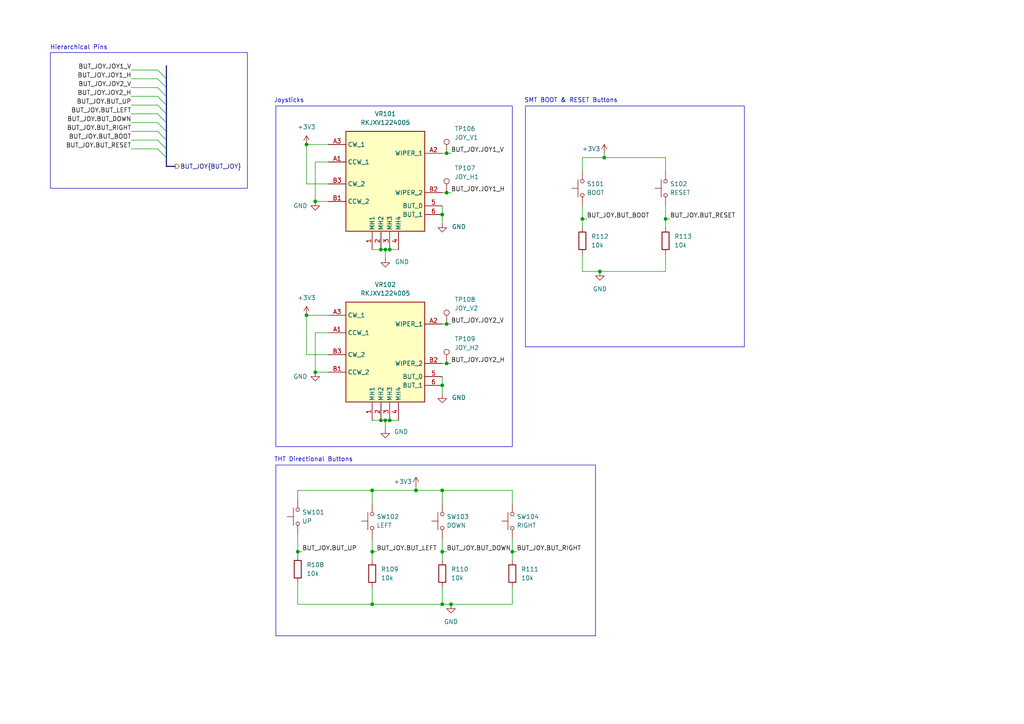
<source format=kicad_sch>
(kicad_sch (version 20250114) (generator "eeschema") (generator_version "9.0")
  (paper "A4")
  (lib_symbols
    (symbol "Connector:TestPoint" (pin_numbers (hide yes)) (pin_names (offset 0.762) (hide yes))
      (property "Reference" "TP" (at 0 6.858 0))
      (property "Value" "TestPoint" (at 0 5.08 0))
      (symbol "TestPoint_0_1"
        (circle (center 0 3.302) (radius 0.762))
      )
      (symbol "TestPoint_1_1"
        (pin passive line (at 0 0 90) (length 2.54) (name "1") (number "1"))
      )
    )
    (symbol "Device:R" (pin_numbers (hide yes)) (pin_names (offset 0))
      (property "Reference" "R" (at 2.032 0 90))
      (property "Value" "R" (at 0 0 90))
      (symbol "R_0_1"
        (rectangle (start -1.016 -2.54) (end 1.016 2.54) (stroke (width 0.254)))
      )
      (symbol "R_1_1"
        (pin passive line (at 0 3.81 270) (length 1.27) (name "~") (number "1"))
        (pin passive line (at 0 -3.81 90) (length 1.27) (name "~") (number "2"))
      )
    )
    (symbol "SamacSys_Parts:RKJXV1224005"
      (property "Reference" "VR" (at 10.16 7.62 0))
      (property "Value" "RKJXV1224005" (at 10.16 5.08 0))
      (symbol "RKJXV1224005_1_1"
        (rectangle (start 5.08 2.54) (end 27.94 -26.416) (stroke (width 0.254)) (fill (type background)))
        (pin passive line (at 0 -1.27 0) (length 5.08) (name "CW_1") (number "A3"))
        (pin passive line (at 0 -6.35 0) (length 5.08) (name "CCW_1") (number "A1"))
        (pin passive line (at 0 -12.7 0) (length 5.08) (name "CW_2") (number "B3"))
        (pin passive line (at 0 -17.78 0) (length 5.08) (name "CCW_2") (number "B1"))
        (pin passive line (at 12.7 -31.75 90) (length 5.08) (name "MH1") (number "1"))
        (pin passive line (at 15.24 -31.75 90) (length 5.08) (name "MH2") (number "2"))
        (pin passive line (at 17.78 -31.75 90) (length 5.08) (name "MH3") (number "3"))
        (pin passive line (at 20.32 -31.75 90) (length 5.08) (name "MH4") (number "4"))
        (pin passive line (at 33.02 -3.81 180) (length 5.08) (name "WIPER_1") (number "A2"))
        (pin passive line (at 33.02 -15.24 180) (length 5.08) (name "WIPER_2") (number "B2"))
        (pin passive line (at 33.02 -19.05 180) (length 5.08) (name "BUT_0") (number "5"))
        (pin passive line (at 33.02 -21.59 180) (length 5.08) (name "BUT_1") (number "6"))
      )
    )
    (symbol "Switch:SW_Push" (pin_numbers (hide yes)) (pin_names (offset 1.016) (hide yes))
      (property "Reference" "SW" (at 1.27 2.54 0))
      (property "Value" "SW_Push" (at 0 -1.524 0))
      (symbol "SW_Push_0_1"
        (circle (center -2.032 0) (radius 0.508))
        (polyline (pts (xy 0 1.27) (xy 0 3.048)))
        (circle (center 2.032 0) (radius 0.508))
        (polyline (pts (xy 2.54 1.27) (xy -2.54 1.27)))
        (pin passive line (at -5.08 0 0) (length 2.54) (name "1") (number "1"))
        (pin passive line (at 5.08 0 180) (length 2.54) (name "2") (number "2"))
      )
    )
    (symbol "power:+3V3" (power) (pin_numbers (hide yes)) (pin_names (offset 0) (hide yes))
      (property "Value" "+3V3" (at 0 3.556 0))
      (symbol "+3V3_0_1"
        (polyline (pts (xy -0.762 1.27) (xy 0 2.54)))
        (polyline (pts (xy 0 2.54) (xy 0.762 1.27)))
        (polyline (pts (xy 0 0) (xy 0 2.54)))
      )
      (symbol "+3V3_1_1"
        (pin power_in line (at 0 0 90) (length 0) (name "~") (number "1"))
      )
    )
    (symbol "power:GND" (power) (pin_numbers (hide yes)) (pin_names (offset 0) (hide yes))
      (property "Value" "GND" (at 0 -3.81 0))
      (symbol "GND_0_1"
        (polyline (pts (xy 0 0) (xy 0 -1.27) (xy 1.27 -1.27) (xy 0 -2.54) (xy -1.27 -1.27) (xy 0 -1.27)))
      )
      (symbol "GND_1_1"
        (pin power_in line (at 0 0 270) (length 0) (name "~") (number "1"))
      )
    )
  )
  (rectangle (start 14.605 15.24) (end 71.755 54.61))
  (rectangle (start 80.01 30.734) (end 148.59 129.54))
  (rectangle (start 80.01 134.874) (end 172.72 184.404))
  (rectangle (start 152.4 30.734) (end 215.9 100.584))
  (text "Hierarchical Pins" (at 22.86 13.843 0) (effects (font (size 1.27 1.27))))
  (text "Joysticks" (at 83.82 29.21 0) (effects (font (size 1.27 1.27))))
  (text "THT Directional Buttons\n" (at 90.932 133.35 0) (effects (font (size 1.27 1.27))))
  (text "SMT BOOT & RESET Buttons" (at 165.608 29.21 0) (effects (font (size 1.27 1.27))))
  (junction (at 111.76 121.92))
  (junction (at 110.49 121.92))
  (junction (at 86.36 160.02))
  (junction (at 129.54 55.88))
  (junction (at 107.95 175.26))
  (junction (at 175.26 45.72))
  (junction (at 193.04 63.5))
  (junction (at 168.91 63.5))
  (junction (at 128.27 142.24))
  (junction (at 128.27 160.02))
  (junction (at 148.59 160.02))
  (junction (at 113.03 121.92))
  (junction (at 91.44 58.42))
  (junction (at 128.27 62.23))
  (junction (at 129.54 105.41))
  (junction (at 120.65 142.24))
  (junction (at 129.54 93.98))
  (junction (at 128.27 175.26))
  (junction (at 88.9 91.44))
  (junction (at 129.54 44.45))
  (junction (at 107.95 160.02))
  (junction (at 128.27 111.76))
  (junction (at 107.95 142.24))
  (junction (at 113.03 72.39))
  (junction (at 110.49 72.39))
  (junction (at 91.44 107.95))
  (junction (at 130.81 175.26))
  (junction (at 111.76 72.39))
  (junction (at 173.99 78.74))
  (junction (at 88.9 41.91))
  (bus_entry (at 45.72 22.86) (size 2.54 2.54))
  (bus_entry (at 45.72 35.56) (size 2.54 2.54))
  (bus_entry (at 45.72 38.1) (size 2.54 2.54))
  (bus_entry (at 45.72 40.64) (size 2.54 2.54))
  (bus_entry (at 45.72 20.32) (size 2.54 2.54))
  (bus_entry (at 45.72 33.02) (size 2.54 2.54))
  (bus_entry (at 45.72 25.4) (size 2.54 2.54))
  (bus_entry (at 45.72 27.94) (size 2.54 2.54))
  (bus_entry (at 45.72 43.18) (size 2.54 2.54))
  (bus_entry (at 45.72 30.48) (size 2.54 2.54))
  (wire (pts (xy 88.9 91.44) (xy 88.9 102.87)))
  (bus (pts (xy 48.26 27.94) (xy 48.26 30.48)))
  (wire (pts (xy 149.86 160.02) (xy 148.59 160.02)))
  (bus (pts (xy 48.26 30.48) (xy 48.26 33.02)))
  (wire (pts (xy 130.81 93.98) (xy 129.54 93.98)))
  (wire (pts (xy 130.81 44.45) (xy 129.54 44.45)))
  (wire (pts (xy 88.9 91.44) (xy 95.25 91.44)))
  (wire (pts (xy 91.44 107.95) (xy 95.25 107.95)))
  (wire (pts (xy 86.36 142.24) (xy 86.36 144.78)))
  (wire (pts (xy 113.03 72.39) (xy 115.57 72.39)))
  (bus (pts (xy 48.26 33.02) (xy 48.26 35.56)))
  (bus (pts (xy 48.26 22.86) (xy 48.26 25.4)))
  (wire (pts (xy 130.81 105.41) (xy 129.54 105.41)))
  (wire (pts (xy 110.49 121.92) (xy 111.76 121.92)))
  (wire (pts (xy 107.95 160.02) (xy 107.95 162.56)))
  (wire (pts (xy 88.9 53.34) (xy 95.25 53.34)))
  (bus (pts (xy 48.26 38.1) (xy 48.26 40.64)))
  (wire (pts (xy 38.1 27.94) (xy 45.72 27.94)))
  (wire (pts (xy 91.44 96.52) (xy 91.44 107.95)))
  (wire (pts (xy 91.44 58.42) (xy 95.25 58.42)))
  (wire (pts (xy 168.91 59.69) (xy 168.91 63.5)))
  (bus (pts (xy 48.26 35.56) (xy 48.26 38.1)))
  (wire (pts (xy 107.95 142.24) (xy 120.65 142.24)))
  (wire (pts (xy 193.04 78.74) (xy 193.04 73.66)))
  (wire (pts (xy 38.1 33.02) (xy 45.72 33.02)))
  (wire (pts (xy 130.81 175.26) (xy 148.59 175.26)))
  (bus (pts (xy 48.26 43.18) (xy 48.26 45.72)))
  (wire (pts (xy 175.26 45.72) (xy 168.91 45.72)))
  (wire (pts (xy 107.95 156.21) (xy 107.95 160.02)))
  (wire (pts (xy 107.95 142.24) (xy 86.36 142.24)))
  (wire (pts (xy 95.25 96.52) (xy 91.44 96.52)))
  (wire (pts (xy 130.81 55.88) (xy 129.54 55.88)))
  (bus (pts (xy 48.26 45.72) (xy 48.26 48.26)))
  (wire (pts (xy 107.95 142.24) (xy 107.95 146.05)))
  (wire (pts (xy 128.27 170.18) (xy 128.27 175.26)))
  (wire (pts (xy 128.27 111.76) (xy 128.27 114.3)))
  (wire (pts (xy 193.04 49.53) (xy 193.04 45.72)))
  (wire (pts (xy 129.54 160.02) (xy 128.27 160.02)))
  (wire (pts (xy 91.44 46.99) (xy 91.44 58.42)))
  (wire (pts (xy 168.91 45.72) (xy 168.91 49.53)))
  (wire (pts (xy 193.04 63.5) (xy 193.04 66.04)))
  (wire (pts (xy 107.95 121.92) (xy 110.49 121.92)))
  (wire (pts (xy 128.27 59.69) (xy 128.27 62.23)))
  (wire (pts (xy 107.95 175.26) (xy 86.36 175.26)))
  (wire (pts (xy 148.59 156.21) (xy 148.59 160.02)))
  (wire (pts (xy 128.27 146.05) (xy 128.27 142.24)))
  (wire (pts (xy 88.9 41.91) (xy 95.25 41.91)))
  (wire (pts (xy 38.1 40.64) (xy 45.72 40.64)))
  (wire (pts (xy 88.9 41.91) (xy 88.9 53.34)))
  (wire (pts (xy 38.1 38.1) (xy 45.72 38.1)))
  (wire (pts (xy 128.27 142.24) (xy 148.59 142.24)))
  (wire (pts (xy 107.95 72.39) (xy 110.49 72.39)))
  (wire (pts (xy 168.91 78.74) (xy 173.99 78.74)))
  (wire (pts (xy 129.54 105.41) (xy 128.27 105.41)))
  (wire (pts (xy 110.49 72.39) (xy 111.76 72.39)))
  (wire (pts (xy 193.04 45.72) (xy 175.26 45.72)))
  (wire (pts (xy 129.54 44.45) (xy 128.27 44.45)))
  (wire (pts (xy 86.36 168.91) (xy 86.36 175.26)))
  (bus (pts (xy 48.26 19.05) (xy 48.26 22.86)))
  (wire (pts (xy 109.22 160.02) (xy 107.95 160.02)))
  (wire (pts (xy 38.1 35.56) (xy 45.72 35.56)))
  (wire (pts (xy 193.04 59.69) (xy 193.04 63.5)))
  (wire (pts (xy 128.27 160.02) (xy 128.27 162.56)))
  (wire (pts (xy 129.54 93.98) (xy 128.27 93.98)))
  (wire (pts (xy 129.54 55.88) (xy 128.27 55.88)))
  (wire (pts (xy 148.59 160.02) (xy 148.59 162.56)))
  (bus (pts (xy 48.26 48.26) (xy 50.8 48.26)))
  (wire (pts (xy 128.27 109.22) (xy 128.27 111.76)))
  (wire (pts (xy 175.26 44.45) (xy 175.26 45.72)))
  (bus (pts (xy 48.26 40.64) (xy 48.26 43.18)))
  (wire (pts (xy 88.9 102.87) (xy 95.25 102.87)))
  (wire (pts (xy 113.03 121.92) (xy 115.57 121.92)))
  (wire (pts (xy 38.1 30.48) (xy 45.72 30.48)))
  (wire (pts (xy 120.65 142.24) (xy 128.27 142.24)))
  (wire (pts (xy 38.1 43.18) (xy 45.72 43.18)))
  (wire (pts (xy 148.59 170.18) (xy 148.59 175.26)))
  (wire (pts (xy 148.59 146.05) (xy 148.59 142.24)))
  (wire (pts (xy 38.1 20.32) (xy 45.72 20.32)))
  (wire (pts (xy 173.99 78.74) (xy 193.04 78.74)))
  (wire (pts (xy 128.27 156.21) (xy 128.27 160.02)))
  (wire (pts (xy 111.76 121.92) (xy 113.03 121.92)))
  (bus (pts (xy 48.26 25.4) (xy 48.26 27.94)))
  (wire (pts (xy 168.91 63.5) (xy 168.91 66.04)))
  (wire (pts (xy 86.36 154.94) (xy 86.36 160.02)))
  (wire (pts (xy 107.95 175.26) (xy 128.27 175.26)))
  (wire (pts (xy 38.1 22.86) (xy 45.72 22.86)))
  (wire (pts (xy 120.65 140.97) (xy 120.65 142.24)))
  (wire (pts (xy 107.95 170.18) (xy 107.95 175.26)))
  (wire (pts (xy 86.36 160.02) (xy 86.36 161.29)))
  (wire (pts (xy 111.76 72.39) (xy 113.03 72.39)))
  (wire (pts (xy 38.1 25.4) (xy 45.72 25.4)))
  (wire (pts (xy 87.63 160.02) (xy 86.36 160.02)))
  (wire (pts (xy 111.76 121.92) (xy 111.76 124.46)))
  (wire (pts (xy 128.27 175.26) (xy 130.81 175.26)))
  (wire (pts (xy 128.27 62.23) (xy 128.27 64.77)))
  (wire (pts (xy 95.25 46.99) (xy 91.44 46.99)))
  (wire (pts (xy 168.91 73.66) (xy 168.91 78.74)))
  (wire (pts (xy 111.76 72.39) (xy 111.76 74.93)))
  (wire (pts (xy 194.31 63.5) (xy 193.04 63.5)))
  (wire (pts (xy 170.18 63.5) (xy 168.91 63.5)))
  (label "BUT_JOY.JOY1_V" (at 38.1 20.32 180))
  (label "BUT_JOY.BUT_DOWN" (at 38.1 35.56 180))
  (label "BUT_JOY.BUT_LEFT" (at 38.1 33.02 180))
  (label "BUT_JOY.BUT_BOOT" (at 170.18 63.5 0))
  (label "BUT_JOY.BUT_RESET" (at 194.31 63.5 0))
  (label "BUT_JOY.BUT_RESET" (at 38.1 43.18 180))
  (label "BUT_JOY.BUT_UP" (at 38.1 30.48 180))
  (label "BUT_JOY.BUT_RIGHT" (at 38.1 38.1 180))
  (label "BUT_JOY.BUT_RIGHT" (at 149.86 160.02 0))
  (label "BUT_JOY.JOY2_H" (at 38.1 27.94 180))
  (label "BUT_JOY.JOY2_V" (at 130.81 93.98 0))
  (label "BUT_JOY.JOY2_H" (at 130.81 105.41 0))
  (label "BUT_JOY.BUT_LEFT" (at 109.22 160.02 0))
  (label "BUT_JOY.JOY2_V" (at 38.1 25.4 180))
  (label "BUT_JOY.BUT_BOOT" (at 38.1 40.64 180))
  (label "BUT_JOY.JOY1_H" (at 130.81 55.88 0))
  (label "BUT_JOY.BUT_UP" (at 87.63 160.02 0))
  (label "BUT_JOY.BUT_DOWN" (at 129.54 160.02 0))
  (label "BUT_JOY.JOY1_H" (at 38.1 22.86 180))
  (label "BUT_JOY.JOY1_V" (at 130.81 44.45 0))
  (hierarchical_label "BUT_JOY{BUT_JOY}" (shape output) (at 50.8 48.26 0))
  (symbol (lib_id "Device:R") (at 107.95 166.37 0) (unit 1)
    (property "Reference" "R109" (at 110.49 165.0999 0) (effects (justify left)))
    (property "Value" "10k" (at 110.49 167.6399 0) (effects (justify left)))
    (property "Footprint" "SamacSys_Parts:RESC2012X60N" (effects (hide yes)))
    (property "Datasheet" "https://componentsearchengine.com/Datasheets/2/ASC0805-10KFT5.pdf" (effects (hide yes)))
    (property "Description" "WELWYN - ASC0805-10KFT5 - RESISTOR, ANTI SULPHUR, 10K, 0.125W, 1%" (effects (hide yes)))
    (property "Height" "0.6" (effects (hide yes)))
    (property "Mouser Part Number" "756-ASC0805-10KFT5" (effects (hide yes)))
    (property "Mouser Price/Stock" "https://www.mouser.co.uk/ProductDetail/Welwyn-Components-TT-Electronics/ASC0805-10KFT5?qs=69TQa8YF5Y7dvxAm%2FqWqSQ%3D%3D" (effects (hide yes)))
    (property "Manufacturer_Name" "TT Electronics" (effects (hide yes)))
    (property "Manufacturer_Part_Number" "ASC0805-10KFT5" (effects (hide yes)))
  )
  (symbol (lib_id "power:GND") (at 173.99 78.74 0) (unit 1)
    (property "Reference" "#PWR0136" (effects (hide yes)))
    (property "Value" "GND" (at 173.99 83.82 0))
    (property "Description" "Power symbol creates a global label with name \"GND\" , ground" (effects (hide yes)))
  )
  (symbol (lib_id "Switch:SW_Push") (at 86.36 149.86 90) (unit 1)
    (property "Reference" "SW101" (at 87.63 148.5899 90) (effects (justify right)))
    (property "Value" "UP" (at 87.63 151.1299 90) (effects (justify right)))
    (property "Footprint" "SamacSys_Parts:SW_PUSH_6mm" (effects (hide yes)))
    (property "Description" "Push button switch, generic, two pins" (effects (hide yes)))
  )
  (symbol (lib_id "Switch:SW_Push") (at 168.91 54.61 90) (unit 1)
    (property "Reference" "S101" (at 170.18 53.3399 90) (effects (justify right)))
    (property "Value" "BOOT" (at 170.18 55.8799 90) (effects (justify right)))
    (property "Footprint" "SamacSys_Parts:TL1030AF500AQJ" (effects (hide yes)))
    (property "Description" "Push button switch, generic, two pins" (effects (hide yes)))
    (property "Height" "1.95" (effects (hide yes)))
    (property "Mouser Part Number" "612-TL1030AF500AQJ" (effects (hide yes)))
    (property "Mouser Price/Stock" "https://www.mouser.co.uk/ProductDetail/E-Switch/TL1030AF500AQJ?qs=VVKQmw408U8suyvYOKaEsA%3D%3D" (effects (hide yes)))
    (property "Manufacturer_Name" "E-Switch" (effects (hide yes)))
    (property "Manufacturer_Part_Number" "TL1030AF500AQJ" (effects (hide yes)))
  )
  (symbol (lib_id "Switch:SW_Push") (at 193.04 54.61 90) (unit 1)
    (property "Reference" "S102" (at 194.31 53.3399 90) (effects (justify right)))
    (property "Value" "RESET" (at 194.31 55.8799 90) (effects (justify right)))
    (property "Footprint" "SamacSys_Parts:TL1030AF500AQJ" (effects (hide yes)))
    (property "Description" "Push button switch, generic, two pins" (effects (hide yes)))
    (property "Height" "1.95" (effects (hide yes)))
    (property "Mouser Part Number" "612-TL1030AF500AQJ" (effects (hide yes)))
    (property "Mouser Price/Stock" "https://www.mouser.co.uk/ProductDetail/E-Switch/TL1030AF500AQJ?qs=VVKQmw408U8suyvYOKaEsA%3D%3D" (effects (hide yes)))
    (property "Manufacturer_Name" "E-Switch" (effects (hide yes)))
    (property "Manufacturer_Part_Number" "TL1030AF500AQJ" (effects (hide yes)))
  )
  (symbol (lib_id "Switch:SW_Push") (at 107.95 151.13 90) (unit 1)
    (property "Reference" "SW102" (at 109.22 149.8599 90) (effects (justify right)))
    (property "Value" "LEFT" (at 109.22 152.3999 90) (effects (justify right)))
    (property "Footprint" "SamacSys_Parts:SW_PUSH_6mm" (effects (hide yes)))
    (property "Description" "Push button switch, generic, two pins" (effects (hide yes)))
  )
  (symbol (lib_id "power:+3V3") (at 120.65 140.97 0) (unit 1)
    (property "Reference" "#PWR0132" (effects (hide yes)))
    (property "Value" "+3V3" (at 116.84 139.7 0))
    (property "Description" "Power symbol creates a global label with name \"+3V3\"" (effects (hide yes)))
  )
  (symbol (lib_id "power:+3V3") (at 175.26 44.45 0) (unit 1)
    (property "Reference" "#PWR0137" (effects (hide yes)))
    (property "Value" "+3V3" (at 171.45 43.18 0))
    (property "Description" "Power symbol creates a global label with name \"+3V3\"" (effects (hide yes)))
  )
  (symbol (lib_id "power:GND") (at 91.44 58.42 0) (unit 1)
    (property "Reference" "#PWR0128" (effects (hide yes)))
    (property "Value" "GND" (at 87.122 59.69 0))
    (property "Description" "Power symbol creates a global label with name \"GND\" , ground" (effects (hide yes)))
  )
  (symbol (lib_id "power:GND") (at 91.44 107.95 0) (unit 1)
    (property "Reference" "#PWR0129" (effects (hide yes)))
    (property "Value" "GND" (at 87.122 109.22 0))
    (property "Description" "Power symbol creates a global label with name \"GND\" , ground" (effects (hide yes)))
  )
  (symbol (lib_id "SamacSys_Parts:RKJXV1224005") (at 95.25 40.64 0) (unit 1)
    (property "Reference" "VR101" (at 111.76 33.02 0))
    (property "Value" "RKJXV1224005" (at 111.76 35.56 0))
    (property "Footprint" "SamacSys_Parts:RKJXV1224005" (effects (hide yes)))
    (property "Datasheet" "https://tech.alpsalpine.com/e/products/detail/RKJXV1224005/" (effects (hide yes)))
    (property "Description" "Plugin,13x13mm Multi-Directional Switches ROHS, Rotary Potentiometer, 10 kOhm, 1Turn, 12.5 mW" (effects (hide yes)))
    (property "Height" "18.95" (effects (hide yes)))
    (property "Mouser Part Number" "688-RKJXV1224005" (effects (hide yes)))
    (property "Mouser Price/Stock" "https://www.mouser.co.uk/ProductDetail/Alps-Alpine/RKJXV1224005?qs=RiQAlOPxzzAqLSX9lUzx8Q%3D%3D" (effects (hide yes)))
    (property "Manufacturer_Name" "ALPS Electric" (effects (hide yes)))
    (property "Manufacturer_Part_Number" "RKJXV1224005" (effects (hide yes)))
  )
  (symbol (lib_id "power:+3V3") (at 88.9 41.91 0) (mirror y) (unit 1)
    (property "Reference" "#PWR0126" (effects (hide yes)))
    (property "Value" "+3V3" (at 88.9 36.83 0))
    (property "Description" "Power symbol creates a global label with name \"+3V3\"" (effects (hide yes)))
  )
  (symbol (lib_id "power:+3V3") (at 88.9 91.44 0) (mirror y) (unit 1)
    (property "Reference" "#PWR0127" (effects (hide yes)))
    (property "Value" "+3V3" (at 88.9 86.36 0))
    (property "Description" "Power symbol creates a global label with name \"+3V3\"" (effects (hide yes)))
  )
  (symbol (lib_id "SamacSys_Parts:RKJXV1224005") (at 95.25 90.17 0) (unit 1)
    (property "Reference" "VR102" (at 111.76 82.55 0))
    (property "Value" "RKJXV1224005" (at 111.76 85.09 0))
    (property "Footprint" "SamacSys_Parts:RKJXV1224005" (effects (hide yes)))
    (property "Datasheet" "https://tech.alpsalpine.com/e/products/detail/RKJXV1224005/" (effects (hide yes)))
    (property "Description" "Plugin,13x13mm Multi-Directional Switches ROHS, Rotary Potentiometer, 10 kOhm, 1Turn, 12.5 mW" (effects (hide yes)))
    (property "Height" "18.95" (effects (hide yes)))
    (property "Mouser Part Number" "688-RKJXV1224005" (effects (hide yes)))
    (property "Mouser Price/Stock" "https://www.mouser.co.uk/ProductDetail/Alps-Alpine/RKJXV1224005?qs=RiQAlOPxzzAqLSX9lUzx8Q%3D%3D" (effects (hide yes)))
    (property "Manufacturer_Name" "ALPS Electric" (effects (hide yes)))
    (property "Manufacturer_Part_Number" "RKJXV1224005" (effects (hide yes)))
  )
  (symbol (lib_id "Device:R") (at 148.59 166.37 0) (unit 1)
    (property "Reference" "R111" (at 151.13 165.0999 0) (effects (justify left)))
    (property "Value" "10k" (at 151.13 167.6399 0) (effects (justify left)))
    (property "Footprint" "SamacSys_Parts:RESC2012X60N" (effects (hide yes)))
    (property "Datasheet" "https://componentsearchengine.com/Datasheets/2/ASC0805-10KFT5.pdf" (effects (hide yes)))
    (property "Description" "WELWYN - ASC0805-10KFT5 - RESISTOR, ANTI SULPHUR, 10K, 0.125W, 1%" (effects (hide yes)))
    (property "Height" "0.6" (effects (hide yes)))
    (property "Mouser Part Number" "756-ASC0805-10KFT5" (effects (hide yes)))
    (property "Mouser Price/Stock" "https://www.mouser.co.uk/ProductDetail/Welwyn-Components-TT-Electronics/ASC0805-10KFT5?qs=69TQa8YF5Y7dvxAm%2FqWqSQ%3D%3D" (effects (hide yes)))
    (property "Manufacturer_Name" "TT Electronics" (effects (hide yes)))
    (property "Manufacturer_Part_Number" "ASC0805-10KFT5" (effects (hide yes)))
  )
  (symbol (lib_id "Device:R") (at 168.91 69.85 0) (unit 1)
    (property "Reference" "R112" (at 171.45 68.5799 0) (effects (justify left)))
    (property "Value" "10k" (at 171.45 71.1199 0) (effects (justify left)))
    (property "Footprint" "SamacSys_Parts:RESC2012X60N" (effects (hide yes)))
    (property "Datasheet" "https://componentsearchengine.com/Datasheets/2/ASC0805-10KFT5.pdf" (effects (hide yes)))
    (property "Description" "WELWYN - ASC0805-10KFT5 - RESISTOR, ANTI SULPHUR, 10K, 0.125W, 1%" (effects (hide yes)))
    (property "Height" "0.6" (effects (hide yes)))
    (property "Mouser Part Number" "756-ASC0805-10KFT5" (effects (hide yes)))
    (property "Mouser Price/Stock" "https://www.mouser.co.uk/ProductDetail/Welwyn-Components-TT-Electronics/ASC0805-10KFT5?qs=69TQa8YF5Y7dvxAm%2FqWqSQ%3D%3D" (effects (hide yes)))
    (property "Manufacturer_Name" "TT Electronics" (effects (hide yes)))
    (property "Manufacturer_Part_Number" "ASC0805-10KFT5" (effects (hide yes)))
  )
  (symbol (lib_id "Switch:SW_Push") (at 128.27 151.13 90) (unit 1)
    (property "Reference" "SW103" (at 129.54 149.8599 90) (effects (justify right)))
    (property "Value" "DOWN" (at 129.54 152.3999 90) (effects (justify right)))
    (property "Footprint" "SamacSys_Parts:SW_PUSH_6mm" (effects (hide yes)))
    (property "Description" "Push button switch, generic, two pins" (effects (hide yes)))
  )
  (symbol (lib_id "Connector:TestPoint") (at 129.54 55.88 0) (unit 1)
    (property "Reference" "TP107" (at 131.826 48.768 0) (effects (justify left)))
    (property "Value" "JOY_H1" (at 131.826 51.308 0) (effects (justify left)))
    (property "Footprint" "TestPoint:TestPoint_Pad_1.0x1.0mm" (effects (hide yes)))
    (property "Description" "test point" (effects (hide yes)))
  )
  (symbol (lib_id "Device:R") (at 86.36 165.1 0) (unit 1)
    (property "Reference" "R108" (at 88.9 163.8299 0) (effects (justify left)))
    (property "Value" "10k" (at 88.9 166.3699 0) (effects (justify left)))
    (property "Footprint" "SamacSys_Parts:RESC2012X60N" (effects (hide yes)))
    (property "Datasheet" "https://componentsearchengine.com/Datasheets/2/ASC0805-10KFT5.pdf" (effects (hide yes)))
    (property "Description" "WELWYN - ASC0805-10KFT5 - RESISTOR, ANTI SULPHUR, 10K, 0.125W, 1%" (effects (hide yes)))
    (property "Height" "0.6" (effects (hide yes)))
    (property "Mouser Part Number" "756-ASC0805-10KFT5" (effects (hide yes)))
    (property "Mouser Price/Stock" "https://www.mouser.co.uk/ProductDetail/Welwyn-Components-TT-Electronics/ASC0805-10KFT5?qs=69TQa8YF5Y7dvxAm%2FqWqSQ%3D%3D" (effects (hide yes)))
    (property "Manufacturer_Name" "TT Electronics" (effects (hide yes)))
    (property "Manufacturer_Part_Number" "ASC0805-10KFT5" (effects (hide yes)))
  )
  (symbol (lib_id "power:GND") (at 130.81 175.26 0) (unit 1)
    (property "Reference" "#PWR0135" (effects (hide yes)))
    (property "Value" "GND" (at 130.81 180.34 0))
    (property "Description" "Power symbol creates a global label with name \"GND\" , ground" (effects (hide yes)))
  )
  (symbol (lib_id "power:GND") (at 111.76 74.93 0) (unit 1)
    (property "Reference" "#PWR0130" (effects (hide yes)))
    (property "Value" "GND" (at 116.586 75.946 0))
    (property "Description" "Power symbol creates a global label with name \"GND\" , ground" (effects (hide yes)))
  )
  (symbol (lib_id "Connector:TestPoint") (at 129.54 93.98 0) (unit 1)
    (property "Reference" "TP108" (at 131.826 86.868 0) (effects (justify left)))
    (property "Value" "JOY_V2" (at 131.826 89.408 0) (effects (justify left)))
    (property "Footprint" "TestPoint:TestPoint_Pad_1.0x1.0mm" (effects (hide yes)))
    (property "Description" "test point" (effects (hide yes)))
  )
  (symbol (lib_id "power:GND") (at 128.27 114.3 0) (unit 1)
    (property "Reference" "#PWR0134" (effects (hide yes)))
    (property "Value" "GND" (at 133.096 115.316 0))
    (property "Description" "Power symbol creates a global label with name \"GND\" , ground" (effects (hide yes)))
  )
  (symbol (lib_id "Connector:TestPoint") (at 129.54 105.41 0) (unit 1)
    (property "Reference" "TP109" (at 131.826 98.298 0) (effects (justify left)))
    (property "Value" "JOY_H2" (at 131.826 100.838 0) (effects (justify left)))
    (property "Footprint" "TestPoint:TestPoint_Pad_1.0x1.0mm" (effects (hide yes)))
    (property "Description" "test point" (effects (hide yes)))
  )
  (symbol (lib_id "Connector:TestPoint") (at 129.54 44.45 0) (unit 1)
    (property "Reference" "TP106" (at 131.826 37.338 0) (effects (justify left)))
    (property "Value" "JOY_V1" (at 131.826 39.878 0) (effects (justify left)))
    (property "Footprint" "TestPoint:TestPoint_Pad_1.0x1.0mm" (effects (hide yes)))
    (property "Description" "test point" (effects (hide yes)))
  )
  (symbol (lib_id "Device:R") (at 128.27 166.37 0) (unit 1)
    (property "Reference" "R110" (at 130.81 165.0999 0) (effects (justify left)))
    (property "Value" "10k" (at 130.81 167.6399 0) (effects (justify left)))
    (property "Footprint" "SamacSys_Parts:RESC2012X60N" (effects (hide yes)))
    (property "Datasheet" "https://componentsearchengine.com/Datasheets/2/ASC0805-10KFT5.pdf" (effects (hide yes)))
    (property "Description" "WELWYN - ASC0805-10KFT5 - RESISTOR, ANTI SULPHUR, 10K, 0.125W, 1%" (effects (hide yes)))
    (property "Height" "0.6" (effects (hide yes)))
    (property "Mouser Part Number" "756-ASC0805-10KFT5" (effects (hide yes)))
    (property "Mouser Price/Stock" "https://www.mouser.co.uk/ProductDetail/Welwyn-Components-TT-Electronics/ASC0805-10KFT5?qs=69TQa8YF5Y7dvxAm%2FqWqSQ%3D%3D" (effects (hide yes)))
    (property "Manufacturer_Name" "TT Electronics" (effects (hide yes)))
    (property "Manufacturer_Part_Number" "ASC0805-10KFT5" (effects (hide yes)))
  )
  (symbol (lib_id "power:GND") (at 128.27 64.77 0) (unit 1)
    (property "Reference" "#PWR0133" (effects (hide yes)))
    (property "Value" "GND" (at 133.096 65.786 0))
    (property "Description" "Power symbol creates a global label with name \"GND\" , ground" (effects (hide yes)))
  )
  (symbol (lib_id "power:GND") (at 111.76 124.46 0) (unit 1)
    (property "Reference" "#PWR0131" (effects (hide yes)))
    (property "Value" "GND" (at 116.332 125.222 0))
    (property "Description" "Power symbol creates a global label with name \"GND\" , ground" (effects (hide yes)))
  )
  (symbol (lib_id "Switch:SW_Push") (at 148.59 151.13 90) (unit 1)
    (property "Reference" "SW104" (at 149.86 149.8599 90) (effects (justify right)))
    (property "Value" "RIGHT" (at 149.86 152.3999 90) (effects (justify right)))
    (property "Footprint" "SamacSys_Parts:SW_PUSH_6mm" (effects (hide yes)))
    (property "Description" "Push button switch, generic, two pins" (effects (hide yes)))
  )
  (symbol (lib_id "Device:R") (at 193.04 69.85 0) (unit 1)
    (property "Reference" "R113" (at 195.58 68.5799 0) (effects (justify left)))
    (property "Value" "10k" (at 195.58 71.1199 0) (effects (justify left)))
    (property "Footprint" "SamacSys_Parts:RESC2012X60N" (effects (hide yes)))
    (property "Datasheet" "https://componentsearchengine.com/Datasheets/2/ASC0805-10KFT5.pdf" (effects (hide yes)))
    (property "Description" "WELWYN - ASC0805-10KFT5 - RESISTOR, ANTI SULPHUR, 10K, 0.125W, 1%" (effects (hide yes)))
    (property "Height" "0.6" (effects (hide yes)))
    (property "Mouser Part Number" "756-ASC0805-10KFT5" (effects (hide yes)))
    (property "Mouser Price/Stock" "https://www.mouser.co.uk/ProductDetail/Welwyn-Components-TT-Electronics/ASC0805-10KFT5?qs=69TQa8YF5Y7dvxAm%2FqWqSQ%3D%3D" (effects (hide yes)))
    (property "Manufacturer_Name" "TT Electronics" (effects (hide yes)))
    (property "Manufacturer_Part_Number" "ASC0805-10KFT5" (effects (hide yes)))
  )
)
</source>
